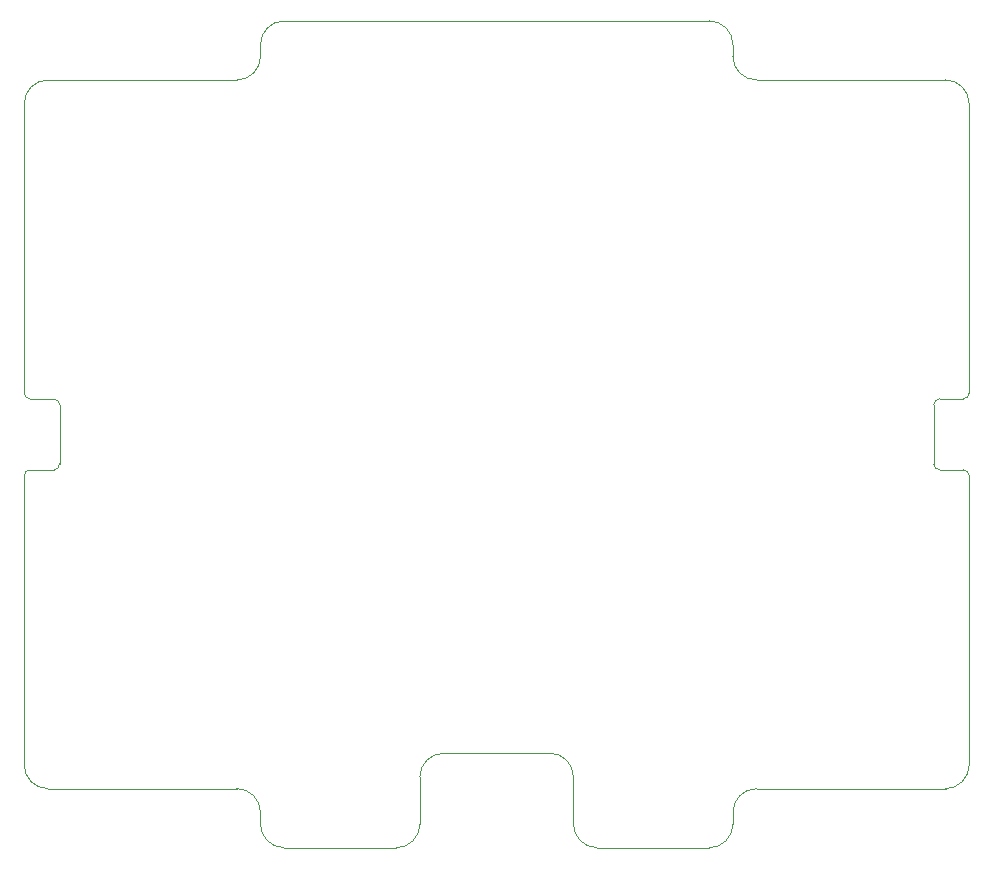
<source format=gbr>
%TF.GenerationSoftware,KiCad,Pcbnew,5.99.0-unknown-36d11f745e~142~ubuntu20.04.1*%
%TF.CreationDate,2021-10-28T09:48:47+02:00*%
%TF.ProjectId,Main_PCB_1,4d61696e-5f50-4434-925f-312e6b696361,rev?*%
%TF.SameCoordinates,Original*%
%TF.FileFunction,Profile,NP*%
%FSLAX46Y46*%
G04 Gerber Fmt 4.6, Leading zero omitted, Abs format (unit mm)*
G04 Created by KiCad (PCBNEW 5.99.0-unknown-36d11f745e~142~ubuntu20.04.1) date 2021-10-28 09:48:47*
%MOMM*%
%LPD*%
G01*
G04 APERTURE LIST*
%TA.AperFunction,Profile*%
%ADD10C,0.100000*%
%TD*%
G04 APERTURE END LIST*
D10*
X199000000Y-133000000D02*
G75*
G03*
X201000000Y-131000000I1J1999999D01*
G01*
X185500000Y-68000000D02*
G75*
G03*
X187500000Y-66000000I1J1999999D01*
G01*
X167500000Y-78500000D02*
X167500000Y-91500000D01*
X187500000Y-66000000D02*
X187500000Y-65000000D01*
X245500000Y-128000000D02*
G75*
G03*
X247500000Y-126000000I1J1999999D01*
G01*
X229500000Y-68000000D02*
X245500000Y-68000000D01*
X187500000Y-131000000D02*
X187500000Y-130000000D01*
X167500000Y-94500000D02*
G75*
G03*
X168000000Y-95000000I500001J1D01*
G01*
X201000000Y-131000000D02*
X201000000Y-127000000D01*
X203000000Y-125000000D02*
G75*
G03*
X201000000Y-127000000I-1J-1999999D01*
G01*
X229500000Y-128000000D02*
G75*
G03*
X227500000Y-130000000I-1J-1999999D01*
G01*
X214000000Y-131000000D02*
G75*
G03*
X216000000Y-133000000I1999999J-1D01*
G01*
X189500000Y-63000000D02*
G75*
G03*
X187500000Y-65000000I-1J-1999999D01*
G01*
X214000000Y-127000000D02*
G75*
G03*
X212000000Y-125000000I-1999999J1D01*
G01*
X185500000Y-128000000D02*
X169500000Y-128000000D01*
X187500000Y-130000000D02*
G75*
G03*
X185500000Y-128000000I-1999999J1D01*
G01*
X169500000Y-68000000D02*
X172500000Y-68000000D01*
X247000000Y-95000000D02*
G75*
G03*
X247500000Y-94500000I-1J500001D01*
G01*
X244500000Y-100500000D02*
G75*
G03*
X245000000Y-101000000I500001J1D01*
G01*
X247000000Y-95000000D02*
X245500000Y-95000000D01*
X167500000Y-121500000D02*
X167500000Y-126000000D01*
X247500000Y-101500000D02*
X247500000Y-126000000D01*
X245500000Y-95000000D02*
X245000000Y-95000000D01*
X203000000Y-125000000D02*
X212000000Y-125000000D01*
X167500000Y-108500000D02*
X167500000Y-121500000D01*
X244500000Y-95500000D02*
X244500000Y-100500000D01*
X170500000Y-95500000D02*
G75*
G03*
X170000000Y-95000000I-500001J-1D01*
G01*
X170000000Y-101000000D02*
G75*
G03*
X170500000Y-100500000I-1J500001D01*
G01*
X245500000Y-128000000D02*
X229500000Y-128000000D01*
X227500000Y-65000000D02*
X227500000Y-66000000D01*
X187500000Y-131000000D02*
G75*
G03*
X189500000Y-133000000I1999999J-1D01*
G01*
X214000000Y-127000000D02*
X214000000Y-131000000D01*
X247500000Y-101500000D02*
G75*
G03*
X247000000Y-101000000I-500001J-1D01*
G01*
X245000000Y-101000000D02*
X247000000Y-101000000D01*
X167500000Y-70000000D02*
X167500000Y-78500000D01*
X227500000Y-66000000D02*
G75*
G03*
X229500000Y-68000000I1999999J-1D01*
G01*
X189500000Y-133000000D02*
X199000000Y-133000000D01*
X168000000Y-101000000D02*
G75*
G03*
X167500000Y-101500000I1J-500001D01*
G01*
X247500000Y-70000000D02*
X247500000Y-94500000D01*
X216000000Y-133000000D02*
X225500000Y-133000000D01*
X168000000Y-95000000D02*
X170000000Y-95000000D01*
X169500000Y-68000000D02*
G75*
G03*
X167500000Y-70000000I-1J-1999999D01*
G01*
X167500000Y-91500000D02*
X167500000Y-94500000D01*
X170000000Y-101000000D02*
X168000000Y-101000000D01*
X167500000Y-126000000D02*
G75*
G03*
X169500000Y-128000000I1999999J-1D01*
G01*
X227500000Y-130000000D02*
X227500000Y-131000000D01*
X225500000Y-133000000D02*
G75*
G03*
X227500000Y-131000000I1J1999999D01*
G01*
X247500000Y-70000000D02*
G75*
G03*
X245500000Y-68000000I-1999999J1D01*
G01*
X167500000Y-101500000D02*
X167500000Y-108500000D01*
X170500000Y-95500000D02*
X170500000Y-100500000D01*
X227500000Y-65000000D02*
G75*
G03*
X225500000Y-63000000I-1999999J1D01*
G01*
X189500000Y-63000000D02*
X225500000Y-63000000D01*
X172500000Y-68000000D02*
X185500000Y-68000000D01*
X245000000Y-95000000D02*
G75*
G03*
X244500000Y-95500000I1J-500001D01*
G01*
M02*

</source>
